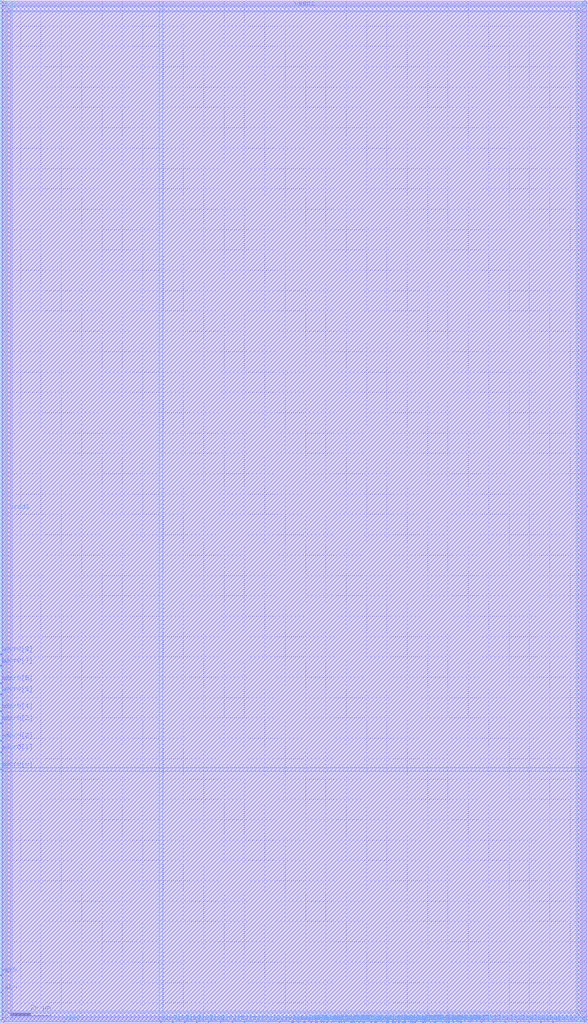
<source format=lef>
VERSION 5.4 ;
NAMESCASESENSITIVE ON ;
BUSBITCHARS "[]" ;
DIVIDERCHAR "/" ;
UNITS
  DATABASE MICRONS 2000 ;
END UNITS
MACRO sram_32b_256_1rw_sky130
   CLASS BLOCK ;
   SIZE 288.94 BY 502.86 ;
   SYMMETRY X Y R90 ;
   PIN din0[0]
      DIRECTION INPUT ;
      PORT
         LAYER met4 ;
         RECT  78.8 0.0 79.18 0.38 ;
      END
   END din0[0]
   PIN din0[1]
      DIRECTION INPUT ;
      PORT
         LAYER met4 ;
         RECT  84.64 0.0 85.02 0.38 ;
      END
   END din0[1]
   PIN din0[2]
      DIRECTION INPUT ;
      PORT
         LAYER met4 ;
         RECT  90.48 0.0 90.86 0.38 ;
      END
   END din0[2]
   PIN din0[3]
      DIRECTION INPUT ;
      PORT
         LAYER met4 ;
         RECT  96.32 0.0 96.7 0.38 ;
      END
   END din0[3]
   PIN din0[4]
      DIRECTION INPUT ;
      PORT
         LAYER met4 ;
         RECT  102.16 0.0 102.54 0.38 ;
      END
   END din0[4]
   PIN din0[5]
      DIRECTION INPUT ;
      PORT
         LAYER met4 ;
         RECT  108.0 0.0 108.38 0.38 ;
      END
   END din0[5]
   PIN din0[6]
      DIRECTION INPUT ;
      PORT
         LAYER met4 ;
         RECT  113.84 0.0 114.22 0.38 ;
      END
   END din0[6]
   PIN din0[7]
      DIRECTION INPUT ;
      PORT
         LAYER met4 ;
         RECT  119.68 0.0 120.06 0.38 ;
      END
   END din0[7]
   PIN din0[8]
      DIRECTION INPUT ;
      PORT
         LAYER met4 ;
         RECT  125.52 0.0 125.9 0.38 ;
      END
   END din0[8]
   PIN din0[9]
      DIRECTION INPUT ;
      PORT
         LAYER met4 ;
         RECT  131.36 0.0 131.74 0.38 ;
      END
   END din0[9]
   PIN din0[10]
      DIRECTION INPUT ;
      PORT
         LAYER met4 ;
         RECT  137.2 0.0 137.58 0.38 ;
      END
   END din0[10]
   PIN din0[11]
      DIRECTION INPUT ;
      PORT
         LAYER met4 ;
         RECT  143.04 0.0 143.42 0.38 ;
      END
   END din0[11]
   PIN din0[12]
      DIRECTION INPUT ;
      PORT
         LAYER met4 ;
         RECT  148.88 0.0 149.26 0.38 ;
      END
   END din0[12]
   PIN din0[13]
      DIRECTION INPUT ;
      PORT
         LAYER met4 ;
         RECT  154.72 0.0 155.1 0.38 ;
      END
   END din0[13]
   PIN din0[14]
      DIRECTION INPUT ;
      PORT
         LAYER met4 ;
         RECT  160.56 0.0 160.94 0.38 ;
      END
   END din0[14]
   PIN din0[15]
      DIRECTION INPUT ;
      PORT
         LAYER met4 ;
         RECT  166.4 0.0 166.78 0.38 ;
      END
   END din0[15]
   PIN din0[16]
      DIRECTION INPUT ;
      PORT
         LAYER met4 ;
         RECT  172.24 0.0 172.62 0.38 ;
      END
   END din0[16]
   PIN din0[17]
      DIRECTION INPUT ;
      PORT
         LAYER met4 ;
         RECT  178.08 0.0 178.46 0.38 ;
      END
   END din0[17]
   PIN din0[18]
      DIRECTION INPUT ;
      PORT
         LAYER met4 ;
         RECT  183.92 0.0 184.3 0.38 ;
      END
   END din0[18]
   PIN din0[19]
      DIRECTION INPUT ;
      PORT
         LAYER met4 ;
         RECT  189.76 0.0 190.14 0.38 ;
      END
   END din0[19]
   PIN din0[20]
      DIRECTION INPUT ;
      PORT
         LAYER met4 ;
         RECT  195.6 0.0 195.98 0.38 ;
      END
   END din0[20]
   PIN din0[21]
      DIRECTION INPUT ;
      PORT
         LAYER met4 ;
         RECT  201.44 0.0 201.82 0.38 ;
      END
   END din0[21]
   PIN din0[22]
      DIRECTION INPUT ;
      PORT
         LAYER met4 ;
         RECT  207.28 0.0 207.66 0.38 ;
      END
   END din0[22]
   PIN din0[23]
      DIRECTION INPUT ;
      PORT
         LAYER met4 ;
         RECT  213.12 0.0 213.5 0.38 ;
      END
   END din0[23]
   PIN din0[24]
      DIRECTION INPUT ;
      PORT
         LAYER met4 ;
         RECT  218.96 0.0 219.34 0.38 ;
      END
   END din0[24]
   PIN din0[25]
      DIRECTION INPUT ;
      PORT
         LAYER met4 ;
         RECT  224.8 0.0 225.18 0.38 ;
      END
   END din0[25]
   PIN din0[26]
      DIRECTION INPUT ;
      PORT
         LAYER met4 ;
         RECT  230.64 0.0 231.02 0.38 ;
      END
   END din0[26]
   PIN din0[27]
      DIRECTION INPUT ;
      PORT
         LAYER met4 ;
         RECT  236.48 0.0 236.86 0.38 ;
      END
   END din0[27]
   PIN din0[28]
      DIRECTION INPUT ;
      PORT
         LAYER met4 ;
         RECT  242.32 0.0 242.7 0.38 ;
      END
   END din0[28]
   PIN din0[29]
      DIRECTION INPUT ;
      PORT
         LAYER met4 ;
         RECT  248.16 0.0 248.54 0.38 ;
      END
   END din0[29]
   PIN din0[30]
      DIRECTION INPUT ;
      PORT
         LAYER met4 ;
         RECT  254.0 0.0 254.38 0.38 ;
      END
   END din0[30]
   PIN din0[31]
      DIRECTION INPUT ;
      PORT
         LAYER met4 ;
         RECT  259.84 0.0 260.22 0.38 ;
      END
   END din0[31]
   PIN din0[32]
      DIRECTION INPUT ;
      PORT
         LAYER met4 ;
         RECT  265.68 0.0 266.06 0.38 ;
      END
   END din0[32]
   PIN addr0[0]
      DIRECTION INPUT ;
      PORT
         LAYER met3 ;
         RECT  0.0 124.53 0.38 124.91 ;
      END
   END addr0[0]
   PIN addr0[1]
      DIRECTION INPUT ;
      PORT
         LAYER met3 ;
         RECT  0.0 133.03 0.38 133.41 ;
      END
   END addr0[1]
   PIN addr0[2]
      DIRECTION INPUT ;
      PORT
         LAYER met3 ;
         RECT  0.0 138.67 0.38 139.05 ;
      END
   END addr0[2]
   PIN addr0[3]
      DIRECTION INPUT ;
      PORT
         LAYER met3 ;
         RECT  0.0 147.17 0.38 147.55 ;
      END
   END addr0[3]
   PIN addr0[4]
      DIRECTION INPUT ;
      PORT
         LAYER met3 ;
         RECT  0.0 153.075 0.38 153.455 ;
      END
   END addr0[4]
   PIN addr0[5]
      DIRECTION INPUT ;
      PORT
         LAYER met3 ;
         RECT  0.0 161.475 0.38 161.855 ;
      END
   END addr0[5]
   PIN addr0[6]
      DIRECTION INPUT ;
      PORT
         LAYER met3 ;
         RECT  0.0 166.95 0.38 167.33 ;
      END
   END addr0[6]
   PIN addr0[7]
      DIRECTION INPUT ;
      PORT
         LAYER met3 ;
         RECT  0.0 175.45 0.38 175.83 ;
      END
   END addr0[7]
   PIN addr0[8]
      DIRECTION INPUT ;
      PORT
         LAYER met3 ;
         RECT  0.0 181.09 0.38 181.47 ;
      END
   END addr0[8]
   PIN csb0
      DIRECTION INPUT ;
      PORT
         LAYER met3 ;
         RECT  0.0 14.87 0.38 15.25 ;
      END
   END csb0
   PIN web0
      DIRECTION INPUT ;
      PORT
         LAYER met3 ;
         RECT  0.0 23.37 0.38 23.75 ;
      END
   END web0
   PIN clk0
      DIRECTION INPUT ;
      PORT
         LAYER met4 ;
         RECT  31.1 0.0 31.48 0.38 ;
      END
   END clk0
   PIN spare_wen0
      DIRECTION INPUT ;
      PORT
         LAYER met4 ;
         RECT  271.52 0.0 271.9 0.38 ;
      END
   END spare_wen0
   PIN dout0[0]
      DIRECTION OUTPUT ;
      PORT
         LAYER met4 ;
         RECT  143.79 0.0 144.17 0.38 ;
      END
   END dout0[0]
   PIN dout0[1]
      DIRECTION OUTPUT ;
      PORT
         LAYER met4 ;
         RECT  146.26 0.0 146.64 0.38 ;
      END
   END dout0[1]
   PIN dout0[2]
      DIRECTION OUTPUT ;
      PORT
         LAYER met4 ;
         RECT  149.57 0.0 149.95 0.38 ;
      END
   END dout0[2]
   PIN dout0[3]
      DIRECTION OUTPUT ;
      PORT
         LAYER met4 ;
         RECT  152.64 0.0 153.02 0.38 ;
      END
   END dout0[3]
   PIN dout0[4]
      DIRECTION OUTPUT ;
      PORT
         LAYER met4 ;
         RECT  155.41 0.0 155.79 0.38 ;
      END
   END dout0[4]
   PIN dout0[5]
      DIRECTION OUTPUT ;
      PORT
         LAYER met4 ;
         RECT  157.64 0.0 158.02 0.38 ;
      END
   END dout0[5]
   PIN dout0[6]
      DIRECTION OUTPUT ;
      PORT
         LAYER met4 ;
         RECT  158.755 0.0 159.135 0.38 ;
      END
   END dout0[6]
   PIN dout0[7]
      DIRECTION OUTPUT ;
      PORT
         LAYER met4 ;
         RECT  162.64 0.0 163.02 0.38 ;
      END
   END dout0[7]
   PIN dout0[8]
      DIRECTION OUTPUT ;
      PORT
         LAYER met4 ;
         RECT  163.79 0.0 164.17 0.38 ;
      END
   END dout0[8]
   PIN dout0[9]
      DIRECTION OUTPUT ;
      PORT
         LAYER met4 ;
         RECT  167.64 0.0 168.02 0.38 ;
      END
   END dout0[9]
   PIN dout0[10]
      DIRECTION OUTPUT ;
      PORT
         LAYER met4 ;
         RECT  168.79 0.0 169.17 0.38 ;
      END
   END dout0[10]
   PIN dout0[11]
      DIRECTION OUTPUT ;
      PORT
         LAYER met4 ;
         RECT  172.93 0.0 173.31 0.38 ;
      END
   END dout0[11]
   PIN dout0[12]
      DIRECTION OUTPUT ;
      PORT
         LAYER met4 ;
         RECT  173.79 0.0 174.17 0.38 ;
      END
   END dout0[12]
   PIN dout0[13]
      DIRECTION OUTPUT ;
      PORT
         LAYER met4 ;
         RECT  176.26 0.0 176.64 0.38 ;
      END
   END dout0[13]
   PIN dout0[14]
      DIRECTION OUTPUT ;
      PORT
         LAYER met4 ;
         RECT  178.79 0.0 179.17 0.38 ;
      END
   END dout0[14]
   PIN dout0[15]
      DIRECTION OUTPUT ;
      PORT
         LAYER met4 ;
         RECT  182.115 0.0 182.495 0.38 ;
      END
   END dout0[15]
   PIN dout0[16]
      DIRECTION OUTPUT ;
      PORT
         LAYER met4 ;
         RECT  184.61 0.0 184.99 0.38 ;
      END
   END dout0[16]
   PIN dout0[17]
      DIRECTION OUTPUT ;
      PORT
         LAYER met4 ;
         RECT  187.64 0.0 188.02 0.38 ;
      END
   END dout0[17]
   PIN dout0[18]
      DIRECTION OUTPUT ;
      PORT
         LAYER met4 ;
         RECT  190.45 0.0 190.83 0.38 ;
      END
   END dout0[18]
   PIN dout0[19]
      DIRECTION OUTPUT ;
      PORT
         LAYER met4 ;
         RECT  192.64 0.0 193.02 0.38 ;
      END
   END dout0[19]
   PIN dout0[20]
      DIRECTION OUTPUT ;
      PORT
         LAYER met4 ;
         RECT  193.79 0.0 194.17 0.38 ;
      END
   END dout0[20]
   PIN dout0[21]
      DIRECTION OUTPUT ;
      PORT
         LAYER met4 ;
         RECT  197.64 0.0 198.02 0.38 ;
      END
   END dout0[21]
   PIN dout0[22]
      DIRECTION OUTPUT ;
      PORT
         LAYER met4 ;
         RECT  198.79 0.0 199.17 0.38 ;
      END
   END dout0[22]
   PIN dout0[23]
      DIRECTION OUTPUT ;
      PORT
         LAYER met4 ;
         RECT  202.64 0.0 203.02 0.38 ;
      END
   END dout0[23]
   PIN dout0[24]
      DIRECTION OUTPUT ;
      PORT
         LAYER met4 ;
         RECT  203.79 0.0 204.17 0.38 ;
      END
   END dout0[24]
   PIN dout0[25]
      DIRECTION OUTPUT ;
      PORT
         LAYER met4 ;
         RECT  207.97 0.0 208.35 0.38 ;
      END
   END dout0[25]
   PIN dout0[26]
      DIRECTION OUTPUT ;
      PORT
         LAYER met4 ;
         RECT  208.79 0.0 209.17 0.38 ;
      END
   END dout0[26]
   PIN dout0[27]
      DIRECTION OUTPUT ;
      PORT
         LAYER met4 ;
         RECT  211.26 0.0 211.64 0.38 ;
      END
   END dout0[27]
   PIN dout0[28]
      DIRECTION OUTPUT ;
      PORT
         LAYER met4 ;
         RECT  213.85 0.0 214.23 0.38 ;
      END
   END dout0[28]
   PIN dout0[29]
      DIRECTION OUTPUT ;
      PORT
         LAYER met4 ;
         RECT  217.155 0.0 217.535 0.38 ;
      END
   END dout0[29]
   PIN dout0[30]
      DIRECTION OUTPUT ;
      PORT
         LAYER met4 ;
         RECT  220.17 0.0 220.55 0.38 ;
      END
   END dout0[30]
   PIN dout0[31]
      DIRECTION OUTPUT ;
      PORT
         LAYER met4 ;
         RECT  222.64 0.0 223.02 0.38 ;
      END
   END dout0[31]
   PIN dout0[32]
      DIRECTION OUTPUT ;
      PORT
         LAYER met4 ;
         RECT  226.335 0.0 226.715 0.38 ;
      END
   END dout0[32]
   PIN vccd1
      DIRECTION INOUT ;
      USE POWER ; 
      SHAPE ABUTMENT ; 
      PORT
         LAYER met3 ;
         RECT  0.0 0.0 288.94 1.74 ;
         LAYER met4 ;
         RECT  0.0 0.0 1.74 502.86 ;
         LAYER met3 ;
         RECT  0.0 501.12 288.94 502.86 ;
         LAYER met4 ;
         RECT  287.2 0.0 288.94 502.86 ;
      END
   END vccd1
   PIN vssd1
      DIRECTION INOUT ;
      USE GROUND ; 
      SHAPE ABUTMENT ; 
      PORT
         LAYER met4 ;
         RECT  283.72 3.48 285.46 499.38 ;
         LAYER met3 ;
         RECT  3.48 3.48 285.46 5.22 ;
         LAYER met4 ;
         RECT  3.48 3.48 5.22 499.38 ;
         LAYER met3 ;
         RECT  3.48 497.64 285.46 499.38 ;
      END
   END vssd1
   OBS
   LAYER  met1 ;
      RECT  0.62 0.62 288.32 502.24 ;
   LAYER  met2 ;
      RECT  0.62 0.62 288.32 502.24 ;
   LAYER  met3 ;
      RECT  0.98 123.93 288.32 125.51 ;
      RECT  0.62 125.51 0.98 132.43 ;
      RECT  0.62 134.01 0.98 138.07 ;
      RECT  0.62 139.65 0.98 146.57 ;
      RECT  0.62 148.15 0.98 152.475 ;
      RECT  0.62 154.055 0.98 160.875 ;
      RECT  0.62 162.455 0.98 166.35 ;
      RECT  0.62 167.93 0.98 174.85 ;
      RECT  0.62 176.43 0.98 180.49 ;
      RECT  0.62 15.85 0.98 22.77 ;
      RECT  0.62 24.35 0.98 123.93 ;
      RECT  0.62 2.34 0.98 14.27 ;
      RECT  0.62 182.07 0.98 500.52 ;
      RECT  0.98 2.34 2.88 2.88 ;
      RECT  0.98 2.88 2.88 5.82 ;
      RECT  0.98 5.82 2.88 123.93 ;
      RECT  2.88 2.34 286.06 2.88 ;
      RECT  2.88 5.82 286.06 123.93 ;
      RECT  286.06 2.34 288.32 2.88 ;
      RECT  286.06 2.88 288.32 5.82 ;
      RECT  286.06 5.82 288.32 123.93 ;
      RECT  0.98 125.51 2.88 497.04 ;
      RECT  0.98 497.04 2.88 499.98 ;
      RECT  0.98 499.98 2.88 500.52 ;
      RECT  2.88 125.51 286.06 497.04 ;
      RECT  2.88 499.98 286.06 500.52 ;
      RECT  286.06 125.51 288.32 497.04 ;
      RECT  286.06 497.04 288.32 499.98 ;
      RECT  286.06 499.98 288.32 500.52 ;
   LAYER  met4 ;
      RECT  78.2 0.98 79.78 502.24 ;
      RECT  79.78 0.62 84.04 0.98 ;
      RECT  85.62 0.62 89.88 0.98 ;
      RECT  91.46 0.62 95.72 0.98 ;
      RECT  97.3 0.62 101.56 0.98 ;
      RECT  103.14 0.62 107.4 0.98 ;
      RECT  108.98 0.62 113.24 0.98 ;
      RECT  114.82 0.62 119.08 0.98 ;
      RECT  120.66 0.62 124.92 0.98 ;
      RECT  126.5 0.62 130.76 0.98 ;
      RECT  132.34 0.62 136.6 0.98 ;
      RECT  138.18 0.62 142.44 0.98 ;
      RECT  231.62 0.62 235.88 0.98 ;
      RECT  237.46 0.62 241.72 0.98 ;
      RECT  243.3 0.62 247.56 0.98 ;
      RECT  249.14 0.62 253.4 0.98 ;
      RECT  254.98 0.62 259.24 0.98 ;
      RECT  260.82 0.62 265.08 0.98 ;
      RECT  32.08 0.62 78.2 0.98 ;
      RECT  266.66 0.62 270.92 0.98 ;
      RECT  144.77 0.62 145.66 0.98 ;
      RECT  147.24 0.62 148.28 0.98 ;
      RECT  150.55 0.62 152.04 0.98 ;
      RECT  153.62 0.62 154.12 0.98 ;
      RECT  156.39 0.62 157.04 0.98 ;
      RECT  159.735 0.62 159.96 0.98 ;
      RECT  161.54 0.62 162.04 0.98 ;
      RECT  164.77 0.62 165.8 0.98 ;
      RECT  169.77 0.62 171.64 0.98 ;
      RECT  174.77 0.62 175.66 0.98 ;
      RECT  177.24 0.62 177.48 0.98 ;
      RECT  179.77 0.62 181.515 0.98 ;
      RECT  183.095 0.62 183.32 0.98 ;
      RECT  185.59 0.62 187.04 0.98 ;
      RECT  188.62 0.62 189.16 0.98 ;
      RECT  191.43 0.62 192.04 0.98 ;
      RECT  194.77 0.62 195.0 0.98 ;
      RECT  196.58 0.62 197.04 0.98 ;
      RECT  199.77 0.62 200.84 0.98 ;
      RECT  204.77 0.62 206.68 0.98 ;
      RECT  209.77 0.62 210.66 0.98 ;
      RECT  212.24 0.62 212.52 0.98 ;
      RECT  214.83 0.62 216.555 0.98 ;
      RECT  218.135 0.62 218.36 0.98 ;
      RECT  221.15 0.62 222.04 0.98 ;
      RECT  223.62 0.62 224.2 0.98 ;
      RECT  227.315 0.62 230.04 0.98 ;
      RECT  2.34 0.62 30.5 0.98 ;
      RECT  272.5 0.62 286.6 0.98 ;
      RECT  79.78 0.98 283.12 2.88 ;
      RECT  79.78 2.88 283.12 499.98 ;
      RECT  79.78 499.98 283.12 502.24 ;
      RECT  283.12 0.98 286.06 2.88 ;
      RECT  283.12 499.98 286.06 502.24 ;
      RECT  286.06 0.98 286.6 2.88 ;
      RECT  286.06 2.88 286.6 499.98 ;
      RECT  286.06 499.98 286.6 502.24 ;
      RECT  2.34 0.98 2.88 2.88 ;
      RECT  2.34 2.88 2.88 499.98 ;
      RECT  2.34 499.98 2.88 502.24 ;
      RECT  2.88 0.98 5.82 2.88 ;
      RECT  2.88 499.98 5.82 502.24 ;
      RECT  5.82 0.98 78.2 2.88 ;
      RECT  5.82 2.88 78.2 499.98 ;
      RECT  5.82 499.98 78.2 502.24 ;
   END
END    sram_32b_256_1rw_sky130
END    LIBRARY

</source>
